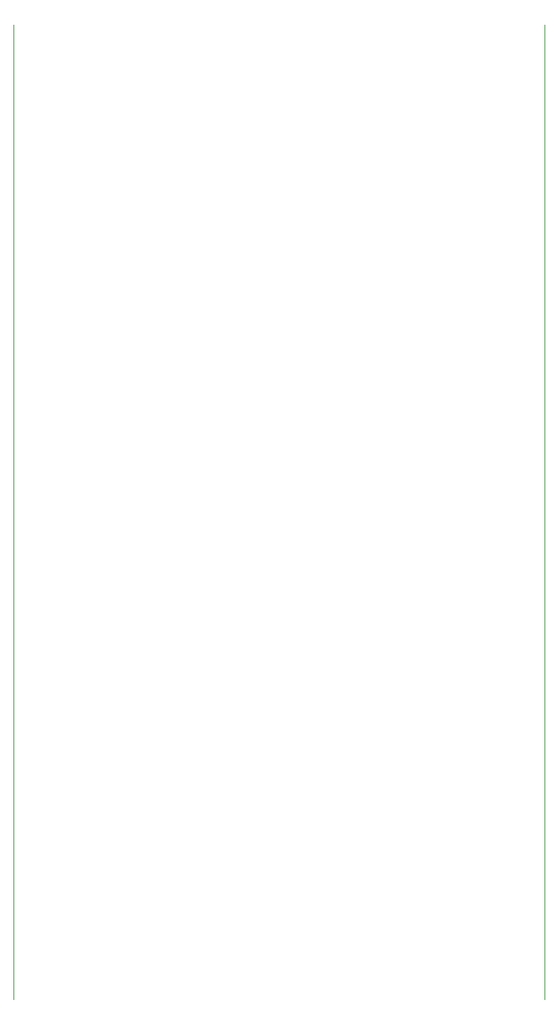
<source format=gbr>
G04 #@! TF.GenerationSoftware,KiCad,Pcbnew,(5.1.5)-3*
G04 #@! TF.CreationDate,2020-12-06T19:13:11-07:00*
G04 #@! TF.ProjectId,LFO,4c464f2e-6b69-4636-9164-5f7063625858,rev?*
G04 #@! TF.SameCoordinates,Original*
G04 #@! TF.FileFunction,OtherDrawing,Comment*
%FSLAX46Y46*%
G04 Gerber Fmt 4.6, Leading zero omitted, Abs format (unit mm)*
G04 Created by KiCad (PCBNEW (5.1.5)-3) date 2020-12-06 19:13:11*
%MOMM*%
%LPD*%
G04 APERTURE LIST*
%ADD10C,0.050000*%
G04 APERTURE END LIST*
D10*
X80000000Y0D02*
X80000000Y-110000000D01*
X20000000Y0D02*
X20000000Y-110000000D01*
M02*

</source>
